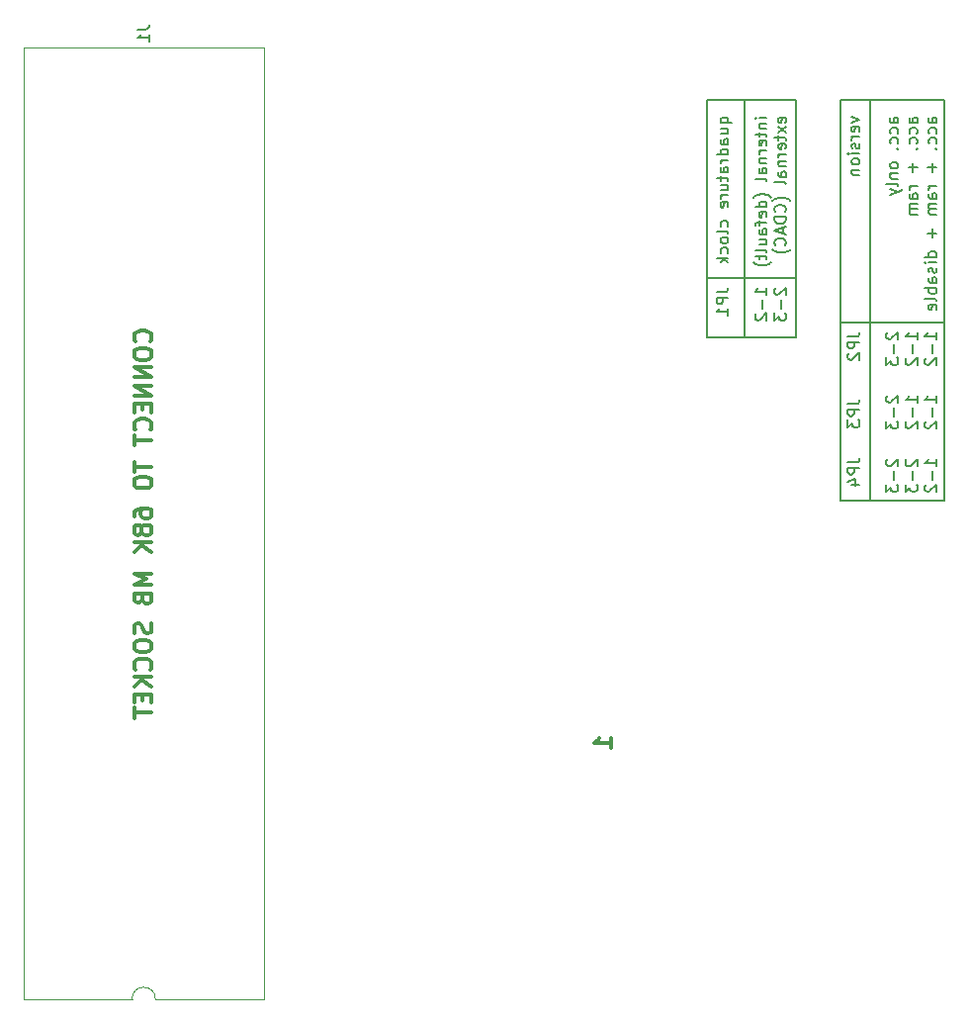
<source format=gbo>
G04 #@! TF.FileFunction,Legend,Bot*
%FSLAX46Y46*%
G04 Gerber Fmt 4.6, Leading zero omitted, Abs format (unit mm)*
G04 Created by KiCad (PCBNEW 4.0.7) date 07/03/21 20:26:29*
%MOMM*%
%LPD*%
G01*
G04 APERTURE LIST*
%ADD10C,0.100000*%
%ADD11C,0.200000*%
%ADD12C,0.150000*%
%ADD13C,0.300000*%
%ADD14C,0.120000*%
G04 APERTURE END LIST*
D10*
D11*
X133350000Y-76835000D02*
X140970000Y-76835000D01*
X133350000Y-61594999D02*
X136525000Y-61595000D01*
X133350000Y-81915000D02*
X133350000Y-61594999D01*
X140970000Y-81915000D02*
X133350000Y-81915000D01*
X140970000Y-61595000D02*
X140970000Y-81915000D01*
X136525000Y-61595000D02*
X140970000Y-61595000D01*
X136525000Y-81915000D02*
X136525000Y-61595000D01*
D12*
X134137380Y-77993810D02*
X134851666Y-77993810D01*
X134994523Y-77946190D01*
X135089761Y-77850952D01*
X135137380Y-77708095D01*
X135137380Y-77612857D01*
X135137380Y-78470000D02*
X134137380Y-78470000D01*
X134137380Y-78850953D01*
X134184999Y-78946191D01*
X134232618Y-78993810D01*
X134327856Y-79041429D01*
X134470713Y-79041429D01*
X134565951Y-78993810D01*
X134613570Y-78946191D01*
X134661189Y-78850953D01*
X134661189Y-78470000D01*
X135137380Y-79993810D02*
X135137380Y-79422381D01*
X135137380Y-79708095D02*
X134137380Y-79708095D01*
X134280237Y-79612857D01*
X134375475Y-79517619D01*
X134423094Y-79422381D01*
X138437380Y-78231905D02*
X138437380Y-77660476D01*
X138437380Y-77946190D02*
X137437380Y-77946190D01*
X137580237Y-77850952D01*
X137675475Y-77755714D01*
X137723094Y-77660476D01*
X138056428Y-78660476D02*
X138056428Y-79422381D01*
X137532618Y-79850952D02*
X137484999Y-79898571D01*
X137437380Y-79993809D01*
X137437380Y-80231905D01*
X137484999Y-80327143D01*
X137532618Y-80374762D01*
X137627856Y-80422381D01*
X137723094Y-80422381D01*
X137865951Y-80374762D01*
X138437380Y-79803333D01*
X138437380Y-80422381D01*
X139182618Y-77660476D02*
X139134999Y-77708095D01*
X139087380Y-77803333D01*
X139087380Y-78041429D01*
X139134999Y-78136667D01*
X139182618Y-78184286D01*
X139277856Y-78231905D01*
X139373094Y-78231905D01*
X139515951Y-78184286D01*
X140087380Y-77612857D01*
X140087380Y-78231905D01*
X139706428Y-78660476D02*
X139706428Y-79422381D01*
X139087380Y-79803333D02*
X139087380Y-80422381D01*
X139468332Y-80089047D01*
X139468332Y-80231905D01*
X139515951Y-80327143D01*
X139563570Y-80374762D01*
X139658809Y-80422381D01*
X139896904Y-80422381D01*
X139992142Y-80374762D01*
X140039761Y-80327143D01*
X140087380Y-80231905D01*
X140087380Y-79946190D01*
X140039761Y-79850952D01*
X139992142Y-79803333D01*
X134470714Y-63531667D02*
X135470714Y-63531667D01*
X135089762Y-63531667D02*
X135137381Y-63436429D01*
X135137381Y-63245952D01*
X135089762Y-63150714D01*
X135042143Y-63103095D01*
X134946905Y-63055476D01*
X134661190Y-63055476D01*
X134565952Y-63103095D01*
X134518333Y-63150714D01*
X134470714Y-63245952D01*
X134470714Y-63436429D01*
X134518333Y-63531667D01*
X134470714Y-64436429D02*
X135137381Y-64436429D01*
X134470714Y-64007857D02*
X134994524Y-64007857D01*
X135089762Y-64055476D01*
X135137381Y-64150714D01*
X135137381Y-64293572D01*
X135089762Y-64388810D01*
X135042143Y-64436429D01*
X135137381Y-65341191D02*
X134613571Y-65341191D01*
X134518333Y-65293572D01*
X134470714Y-65198334D01*
X134470714Y-65007857D01*
X134518333Y-64912619D01*
X135089762Y-65341191D02*
X135137381Y-65245953D01*
X135137381Y-65007857D01*
X135089762Y-64912619D01*
X134994524Y-64865000D01*
X134899286Y-64865000D01*
X134804048Y-64912619D01*
X134756429Y-65007857D01*
X134756429Y-65245953D01*
X134708810Y-65341191D01*
X135137381Y-66245953D02*
X134137381Y-66245953D01*
X135089762Y-66245953D02*
X135137381Y-66150715D01*
X135137381Y-65960238D01*
X135089762Y-65865000D01*
X135042143Y-65817381D01*
X134946905Y-65769762D01*
X134661190Y-65769762D01*
X134565952Y-65817381D01*
X134518333Y-65865000D01*
X134470714Y-65960238D01*
X134470714Y-66150715D01*
X134518333Y-66245953D01*
X135137381Y-66722143D02*
X134470714Y-66722143D01*
X134661190Y-66722143D02*
X134565952Y-66769762D01*
X134518333Y-66817381D01*
X134470714Y-66912619D01*
X134470714Y-67007858D01*
X135137381Y-67769763D02*
X134613571Y-67769763D01*
X134518333Y-67722144D01*
X134470714Y-67626906D01*
X134470714Y-67436429D01*
X134518333Y-67341191D01*
X135089762Y-67769763D02*
X135137381Y-67674525D01*
X135137381Y-67436429D01*
X135089762Y-67341191D01*
X134994524Y-67293572D01*
X134899286Y-67293572D01*
X134804048Y-67341191D01*
X134756429Y-67436429D01*
X134756429Y-67674525D01*
X134708810Y-67769763D01*
X134470714Y-68103096D02*
X134470714Y-68484048D01*
X134137381Y-68245953D02*
X134994524Y-68245953D01*
X135089762Y-68293572D01*
X135137381Y-68388810D01*
X135137381Y-68484048D01*
X134470714Y-69245954D02*
X135137381Y-69245954D01*
X134470714Y-68817382D02*
X134994524Y-68817382D01*
X135089762Y-68865001D01*
X135137381Y-68960239D01*
X135137381Y-69103097D01*
X135089762Y-69198335D01*
X135042143Y-69245954D01*
X135137381Y-69722144D02*
X134470714Y-69722144D01*
X134661190Y-69722144D02*
X134565952Y-69769763D01*
X134518333Y-69817382D01*
X134470714Y-69912620D01*
X134470714Y-70007859D01*
X135089762Y-70722145D02*
X135137381Y-70626907D01*
X135137381Y-70436430D01*
X135089762Y-70341192D01*
X134994524Y-70293573D01*
X134613571Y-70293573D01*
X134518333Y-70341192D01*
X134470714Y-70436430D01*
X134470714Y-70626907D01*
X134518333Y-70722145D01*
X134613571Y-70769764D01*
X134708810Y-70769764D01*
X134804048Y-70293573D01*
X135089762Y-72388812D02*
X135137381Y-72293574D01*
X135137381Y-72103097D01*
X135089762Y-72007859D01*
X135042143Y-71960240D01*
X134946905Y-71912621D01*
X134661190Y-71912621D01*
X134565952Y-71960240D01*
X134518333Y-72007859D01*
X134470714Y-72103097D01*
X134470714Y-72293574D01*
X134518333Y-72388812D01*
X135137381Y-72960240D02*
X135089762Y-72865002D01*
X134994524Y-72817383D01*
X134137381Y-72817383D01*
X135137381Y-73484050D02*
X135089762Y-73388812D01*
X135042143Y-73341193D01*
X134946905Y-73293574D01*
X134661190Y-73293574D01*
X134565952Y-73341193D01*
X134518333Y-73388812D01*
X134470714Y-73484050D01*
X134470714Y-73626908D01*
X134518333Y-73722146D01*
X134565952Y-73769765D01*
X134661190Y-73817384D01*
X134946905Y-73817384D01*
X135042143Y-73769765D01*
X135089762Y-73722146D01*
X135137381Y-73626908D01*
X135137381Y-73484050D01*
X135089762Y-74674527D02*
X135137381Y-74579289D01*
X135137381Y-74388812D01*
X135089762Y-74293574D01*
X135042143Y-74245955D01*
X134946905Y-74198336D01*
X134661190Y-74198336D01*
X134565952Y-74245955D01*
X134518333Y-74293574D01*
X134470714Y-74388812D01*
X134470714Y-74579289D01*
X134518333Y-74674527D01*
X135137381Y-75103098D02*
X134137381Y-75103098D01*
X134756429Y-75198336D02*
X135137381Y-75484051D01*
X134470714Y-75484051D02*
X134851667Y-75103098D01*
X138437381Y-63103095D02*
X137770714Y-63103095D01*
X137437381Y-63103095D02*
X137485000Y-63055476D01*
X137532619Y-63103095D01*
X137485000Y-63150714D01*
X137437381Y-63103095D01*
X137532619Y-63103095D01*
X137770714Y-63579285D02*
X138437381Y-63579285D01*
X137865952Y-63579285D02*
X137818333Y-63626904D01*
X137770714Y-63722142D01*
X137770714Y-63865000D01*
X137818333Y-63960238D01*
X137913571Y-64007857D01*
X138437381Y-64007857D01*
X137770714Y-64341190D02*
X137770714Y-64722142D01*
X137437381Y-64484047D02*
X138294524Y-64484047D01*
X138389762Y-64531666D01*
X138437381Y-64626904D01*
X138437381Y-64722142D01*
X138389762Y-65436429D02*
X138437381Y-65341191D01*
X138437381Y-65150714D01*
X138389762Y-65055476D01*
X138294524Y-65007857D01*
X137913571Y-65007857D01*
X137818333Y-65055476D01*
X137770714Y-65150714D01*
X137770714Y-65341191D01*
X137818333Y-65436429D01*
X137913571Y-65484048D01*
X138008810Y-65484048D01*
X138104048Y-65007857D01*
X138437381Y-65912619D02*
X137770714Y-65912619D01*
X137961190Y-65912619D02*
X137865952Y-65960238D01*
X137818333Y-66007857D01*
X137770714Y-66103095D01*
X137770714Y-66198334D01*
X137770714Y-66531667D02*
X138437381Y-66531667D01*
X137865952Y-66531667D02*
X137818333Y-66579286D01*
X137770714Y-66674524D01*
X137770714Y-66817382D01*
X137818333Y-66912620D01*
X137913571Y-66960239D01*
X138437381Y-66960239D01*
X138437381Y-67865001D02*
X137913571Y-67865001D01*
X137818333Y-67817382D01*
X137770714Y-67722144D01*
X137770714Y-67531667D01*
X137818333Y-67436429D01*
X138389762Y-67865001D02*
X138437381Y-67769763D01*
X138437381Y-67531667D01*
X138389762Y-67436429D01*
X138294524Y-67388810D01*
X138199286Y-67388810D01*
X138104048Y-67436429D01*
X138056429Y-67531667D01*
X138056429Y-67769763D01*
X138008810Y-67865001D01*
X138437381Y-68484048D02*
X138389762Y-68388810D01*
X138294524Y-68341191D01*
X137437381Y-68341191D01*
X138818333Y-69912621D02*
X138770714Y-69865001D01*
X138627857Y-69769763D01*
X138532619Y-69722144D01*
X138389762Y-69674525D01*
X138151667Y-69626906D01*
X137961190Y-69626906D01*
X137723095Y-69674525D01*
X137580238Y-69722144D01*
X137485000Y-69769763D01*
X137342143Y-69865001D01*
X137294524Y-69912621D01*
X138437381Y-70722145D02*
X137437381Y-70722145D01*
X138389762Y-70722145D02*
X138437381Y-70626907D01*
X138437381Y-70436430D01*
X138389762Y-70341192D01*
X138342143Y-70293573D01*
X138246905Y-70245954D01*
X137961190Y-70245954D01*
X137865952Y-70293573D01*
X137818333Y-70341192D01*
X137770714Y-70436430D01*
X137770714Y-70626907D01*
X137818333Y-70722145D01*
X138389762Y-71579288D02*
X138437381Y-71484050D01*
X138437381Y-71293573D01*
X138389762Y-71198335D01*
X138294524Y-71150716D01*
X137913571Y-71150716D01*
X137818333Y-71198335D01*
X137770714Y-71293573D01*
X137770714Y-71484050D01*
X137818333Y-71579288D01*
X137913571Y-71626907D01*
X138008810Y-71626907D01*
X138104048Y-71150716D01*
X137770714Y-71912621D02*
X137770714Y-72293573D01*
X138437381Y-72055478D02*
X137580238Y-72055478D01*
X137485000Y-72103097D01*
X137437381Y-72198335D01*
X137437381Y-72293573D01*
X138437381Y-73055479D02*
X137913571Y-73055479D01*
X137818333Y-73007860D01*
X137770714Y-72912622D01*
X137770714Y-72722145D01*
X137818333Y-72626907D01*
X138389762Y-73055479D02*
X138437381Y-72960241D01*
X138437381Y-72722145D01*
X138389762Y-72626907D01*
X138294524Y-72579288D01*
X138199286Y-72579288D01*
X138104048Y-72626907D01*
X138056429Y-72722145D01*
X138056429Y-72960241D01*
X138008810Y-73055479D01*
X137770714Y-73960241D02*
X138437381Y-73960241D01*
X137770714Y-73531669D02*
X138294524Y-73531669D01*
X138389762Y-73579288D01*
X138437381Y-73674526D01*
X138437381Y-73817384D01*
X138389762Y-73912622D01*
X138342143Y-73960241D01*
X138437381Y-74579288D02*
X138389762Y-74484050D01*
X138294524Y-74436431D01*
X137437381Y-74436431D01*
X137770714Y-74817384D02*
X137770714Y-75198336D01*
X137437381Y-74960241D02*
X138294524Y-74960241D01*
X138389762Y-75007860D01*
X138437381Y-75103098D01*
X138437381Y-75198336D01*
X138818333Y-75436432D02*
X138770714Y-75484051D01*
X138627857Y-75579289D01*
X138532619Y-75626908D01*
X138389762Y-75674527D01*
X138151667Y-75722146D01*
X137961190Y-75722146D01*
X137723095Y-75674527D01*
X137580238Y-75626908D01*
X137485000Y-75579289D01*
X137342143Y-75484051D01*
X137294524Y-75436432D01*
X140039762Y-63484048D02*
X140087381Y-63388810D01*
X140087381Y-63198333D01*
X140039762Y-63103095D01*
X139944524Y-63055476D01*
X139563571Y-63055476D01*
X139468333Y-63103095D01*
X139420714Y-63198333D01*
X139420714Y-63388810D01*
X139468333Y-63484048D01*
X139563571Y-63531667D01*
X139658810Y-63531667D01*
X139754048Y-63055476D01*
X140087381Y-63865000D02*
X139420714Y-64388810D01*
X139420714Y-63865000D02*
X140087381Y-64388810D01*
X139420714Y-64626905D02*
X139420714Y-65007857D01*
X139087381Y-64769762D02*
X139944524Y-64769762D01*
X140039762Y-64817381D01*
X140087381Y-64912619D01*
X140087381Y-65007857D01*
X140039762Y-65722144D02*
X140087381Y-65626906D01*
X140087381Y-65436429D01*
X140039762Y-65341191D01*
X139944524Y-65293572D01*
X139563571Y-65293572D01*
X139468333Y-65341191D01*
X139420714Y-65436429D01*
X139420714Y-65626906D01*
X139468333Y-65722144D01*
X139563571Y-65769763D01*
X139658810Y-65769763D01*
X139754048Y-65293572D01*
X140087381Y-66198334D02*
X139420714Y-66198334D01*
X139611190Y-66198334D02*
X139515952Y-66245953D01*
X139468333Y-66293572D01*
X139420714Y-66388810D01*
X139420714Y-66484049D01*
X139420714Y-66817382D02*
X140087381Y-66817382D01*
X139515952Y-66817382D02*
X139468333Y-66865001D01*
X139420714Y-66960239D01*
X139420714Y-67103097D01*
X139468333Y-67198335D01*
X139563571Y-67245954D01*
X140087381Y-67245954D01*
X140087381Y-68150716D02*
X139563571Y-68150716D01*
X139468333Y-68103097D01*
X139420714Y-68007859D01*
X139420714Y-67817382D01*
X139468333Y-67722144D01*
X140039762Y-68150716D02*
X140087381Y-68055478D01*
X140087381Y-67817382D01*
X140039762Y-67722144D01*
X139944524Y-67674525D01*
X139849286Y-67674525D01*
X139754048Y-67722144D01*
X139706429Y-67817382D01*
X139706429Y-68055478D01*
X139658810Y-68150716D01*
X140087381Y-68769763D02*
X140039762Y-68674525D01*
X139944524Y-68626906D01*
X139087381Y-68626906D01*
X140468333Y-70198336D02*
X140420714Y-70150716D01*
X140277857Y-70055478D01*
X140182619Y-70007859D01*
X140039762Y-69960240D01*
X139801667Y-69912621D01*
X139611190Y-69912621D01*
X139373095Y-69960240D01*
X139230238Y-70007859D01*
X139135000Y-70055478D01*
X138992143Y-70150716D01*
X138944524Y-70198336D01*
X139992143Y-71150717D02*
X140039762Y-71103098D01*
X140087381Y-70960241D01*
X140087381Y-70865003D01*
X140039762Y-70722145D01*
X139944524Y-70626907D01*
X139849286Y-70579288D01*
X139658810Y-70531669D01*
X139515952Y-70531669D01*
X139325476Y-70579288D01*
X139230238Y-70626907D01*
X139135000Y-70722145D01*
X139087381Y-70865003D01*
X139087381Y-70960241D01*
X139135000Y-71103098D01*
X139182619Y-71150717D01*
X140087381Y-71579288D02*
X139087381Y-71579288D01*
X139087381Y-71817383D01*
X139135000Y-71960241D01*
X139230238Y-72055479D01*
X139325476Y-72103098D01*
X139515952Y-72150717D01*
X139658810Y-72150717D01*
X139849286Y-72103098D01*
X139944524Y-72055479D01*
X140039762Y-71960241D01*
X140087381Y-71817383D01*
X140087381Y-71579288D01*
X139801667Y-72531669D02*
X139801667Y-73007860D01*
X140087381Y-72436431D02*
X139087381Y-72769764D01*
X140087381Y-73103098D01*
X139992143Y-74007860D02*
X140039762Y-73960241D01*
X140087381Y-73817384D01*
X140087381Y-73722146D01*
X140039762Y-73579288D01*
X139944524Y-73484050D01*
X139849286Y-73436431D01*
X139658810Y-73388812D01*
X139515952Y-73388812D01*
X139325476Y-73436431D01*
X139230238Y-73484050D01*
X139135000Y-73579288D01*
X139087381Y-73722146D01*
X139087381Y-73817384D01*
X139135000Y-73960241D01*
X139182619Y-74007860D01*
X140468333Y-74341193D02*
X140420714Y-74388812D01*
X140277857Y-74484050D01*
X140182619Y-74531669D01*
X140039762Y-74579288D01*
X139801667Y-74626907D01*
X139611190Y-74626907D01*
X139373095Y-74579288D01*
X139230238Y-74531669D01*
X139135000Y-74484050D01*
X138992143Y-74388812D01*
X138944524Y-74341193D01*
D11*
X144780000Y-61595000D02*
X146050000Y-61595000D01*
X144780000Y-95885000D02*
X144780000Y-61595000D01*
X147320000Y-95885000D02*
X147320000Y-80645000D01*
X153670000Y-95885000D02*
X144780000Y-95885000D01*
X153670000Y-80645000D02*
X153670000Y-95885000D01*
X153670000Y-61595000D02*
X153670000Y-80645000D01*
X146050000Y-61595000D02*
X153670000Y-61595000D01*
X147320000Y-80645000D02*
X147320000Y-61595000D01*
X153670000Y-80645000D02*
X144780000Y-80645000D01*
D12*
X145377381Y-81803810D02*
X146091667Y-81803810D01*
X146234524Y-81756190D01*
X146329762Y-81660952D01*
X146377381Y-81518095D01*
X146377381Y-81422857D01*
X146377381Y-82280000D02*
X145377381Y-82280000D01*
X145377381Y-82660953D01*
X145425000Y-82756191D01*
X145472619Y-82803810D01*
X145567857Y-82851429D01*
X145710714Y-82851429D01*
X145805952Y-82803810D01*
X145853571Y-82756191D01*
X145901190Y-82660953D01*
X145901190Y-82280000D01*
X145472619Y-83232381D02*
X145425000Y-83280000D01*
X145377381Y-83375238D01*
X145377381Y-83613334D01*
X145425000Y-83708572D01*
X145472619Y-83756191D01*
X145567857Y-83803810D01*
X145663095Y-83803810D01*
X145805952Y-83756191D01*
X146377381Y-83184762D01*
X146377381Y-83803810D01*
X145377381Y-87565716D02*
X146091667Y-87565716D01*
X146234524Y-87518096D01*
X146329762Y-87422858D01*
X146377381Y-87280001D01*
X146377381Y-87184763D01*
X146377381Y-88041906D02*
X145377381Y-88041906D01*
X145377381Y-88422859D01*
X145425000Y-88518097D01*
X145472619Y-88565716D01*
X145567857Y-88613335D01*
X145710714Y-88613335D01*
X145805952Y-88565716D01*
X145853571Y-88518097D01*
X145901190Y-88422859D01*
X145901190Y-88041906D01*
X145377381Y-88946668D02*
X145377381Y-89565716D01*
X145758333Y-89232382D01*
X145758333Y-89375240D01*
X145805952Y-89470478D01*
X145853571Y-89518097D01*
X145948810Y-89565716D01*
X146186905Y-89565716D01*
X146282143Y-89518097D01*
X146329762Y-89470478D01*
X146377381Y-89375240D01*
X146377381Y-89089525D01*
X146329762Y-88994287D01*
X146282143Y-88946668D01*
X145377381Y-92565717D02*
X146091667Y-92565717D01*
X146234524Y-92518097D01*
X146329762Y-92422859D01*
X146377381Y-92280002D01*
X146377381Y-92184764D01*
X146377381Y-93041907D02*
X145377381Y-93041907D01*
X145377381Y-93422860D01*
X145425000Y-93518098D01*
X145472619Y-93565717D01*
X145567857Y-93613336D01*
X145710714Y-93613336D01*
X145805952Y-93565717D01*
X145853571Y-93518098D01*
X145901190Y-93422860D01*
X145901190Y-93041907D01*
X145710714Y-94470479D02*
X146377381Y-94470479D01*
X145329762Y-94232383D02*
X146044048Y-93994288D01*
X146044048Y-94613336D01*
X148772619Y-81470476D02*
X148725000Y-81518095D01*
X148677381Y-81613333D01*
X148677381Y-81851429D01*
X148725000Y-81946667D01*
X148772619Y-81994286D01*
X148867857Y-82041905D01*
X148963095Y-82041905D01*
X149105952Y-81994286D01*
X149677381Y-81422857D01*
X149677381Y-82041905D01*
X149296429Y-82470476D02*
X149296429Y-83232381D01*
X148677381Y-83613333D02*
X148677381Y-84232381D01*
X149058333Y-83899047D01*
X149058333Y-84041905D01*
X149105952Y-84137143D01*
X149153571Y-84184762D01*
X149248810Y-84232381D01*
X149486905Y-84232381D01*
X149582143Y-84184762D01*
X149629762Y-84137143D01*
X149677381Y-84041905D01*
X149677381Y-83756190D01*
X149629762Y-83660952D01*
X149582143Y-83613333D01*
X148772619Y-86899048D02*
X148725000Y-86946667D01*
X148677381Y-87041905D01*
X148677381Y-87280001D01*
X148725000Y-87375239D01*
X148772619Y-87422858D01*
X148867857Y-87470477D01*
X148963095Y-87470477D01*
X149105952Y-87422858D01*
X149677381Y-86851429D01*
X149677381Y-87470477D01*
X149296429Y-87899048D02*
X149296429Y-88660953D01*
X148677381Y-89041905D02*
X148677381Y-89660953D01*
X149058333Y-89327619D01*
X149058333Y-89470477D01*
X149105952Y-89565715D01*
X149153571Y-89613334D01*
X149248810Y-89660953D01*
X149486905Y-89660953D01*
X149582143Y-89613334D01*
X149629762Y-89565715D01*
X149677381Y-89470477D01*
X149677381Y-89184762D01*
X149629762Y-89089524D01*
X149582143Y-89041905D01*
X148772619Y-92327620D02*
X148725000Y-92375239D01*
X148677381Y-92470477D01*
X148677381Y-92708573D01*
X148725000Y-92803811D01*
X148772619Y-92851430D01*
X148867857Y-92899049D01*
X148963095Y-92899049D01*
X149105952Y-92851430D01*
X149677381Y-92280001D01*
X149677381Y-92899049D01*
X149296429Y-93327620D02*
X149296429Y-94089525D01*
X148677381Y-94470477D02*
X148677381Y-95089525D01*
X149058333Y-94756191D01*
X149058333Y-94899049D01*
X149105952Y-94994287D01*
X149153571Y-95041906D01*
X149248810Y-95089525D01*
X149486905Y-95089525D01*
X149582143Y-95041906D01*
X149629762Y-94994287D01*
X149677381Y-94899049D01*
X149677381Y-94613334D01*
X149629762Y-94518096D01*
X149582143Y-94470477D01*
X151327381Y-82041905D02*
X151327381Y-81470476D01*
X151327381Y-81756190D02*
X150327381Y-81756190D01*
X150470238Y-81660952D01*
X150565476Y-81565714D01*
X150613095Y-81470476D01*
X150946429Y-82470476D02*
X150946429Y-83232381D01*
X150422619Y-83660952D02*
X150375000Y-83708571D01*
X150327381Y-83803809D01*
X150327381Y-84041905D01*
X150375000Y-84137143D01*
X150422619Y-84184762D01*
X150517857Y-84232381D01*
X150613095Y-84232381D01*
X150755952Y-84184762D01*
X151327381Y-83613333D01*
X151327381Y-84232381D01*
X151327381Y-87470477D02*
X151327381Y-86899048D01*
X151327381Y-87184762D02*
X150327381Y-87184762D01*
X150470238Y-87089524D01*
X150565476Y-86994286D01*
X150613095Y-86899048D01*
X150946429Y-87899048D02*
X150946429Y-88660953D01*
X150422619Y-89089524D02*
X150375000Y-89137143D01*
X150327381Y-89232381D01*
X150327381Y-89470477D01*
X150375000Y-89565715D01*
X150422619Y-89613334D01*
X150517857Y-89660953D01*
X150613095Y-89660953D01*
X150755952Y-89613334D01*
X151327381Y-89041905D01*
X151327381Y-89660953D01*
X150422619Y-92327620D02*
X150375000Y-92375239D01*
X150327381Y-92470477D01*
X150327381Y-92708573D01*
X150375000Y-92803811D01*
X150422619Y-92851430D01*
X150517857Y-92899049D01*
X150613095Y-92899049D01*
X150755952Y-92851430D01*
X151327381Y-92280001D01*
X151327381Y-92899049D01*
X150946429Y-93327620D02*
X150946429Y-94089525D01*
X150327381Y-94470477D02*
X150327381Y-95089525D01*
X150708333Y-94756191D01*
X150708333Y-94899049D01*
X150755952Y-94994287D01*
X150803571Y-95041906D01*
X150898810Y-95089525D01*
X151136905Y-95089525D01*
X151232143Y-95041906D01*
X151279762Y-94994287D01*
X151327381Y-94899049D01*
X151327381Y-94613334D01*
X151279762Y-94518096D01*
X151232143Y-94470477D01*
X152977381Y-82041905D02*
X152977381Y-81470476D01*
X152977381Y-81756190D02*
X151977381Y-81756190D01*
X152120238Y-81660952D01*
X152215476Y-81565714D01*
X152263095Y-81470476D01*
X152596429Y-82470476D02*
X152596429Y-83232381D01*
X152072619Y-83660952D02*
X152025000Y-83708571D01*
X151977381Y-83803809D01*
X151977381Y-84041905D01*
X152025000Y-84137143D01*
X152072619Y-84184762D01*
X152167857Y-84232381D01*
X152263095Y-84232381D01*
X152405952Y-84184762D01*
X152977381Y-83613333D01*
X152977381Y-84232381D01*
X152977381Y-87470477D02*
X152977381Y-86899048D01*
X152977381Y-87184762D02*
X151977381Y-87184762D01*
X152120238Y-87089524D01*
X152215476Y-86994286D01*
X152263095Y-86899048D01*
X152596429Y-87899048D02*
X152596429Y-88660953D01*
X152072619Y-89089524D02*
X152025000Y-89137143D01*
X151977381Y-89232381D01*
X151977381Y-89470477D01*
X152025000Y-89565715D01*
X152072619Y-89613334D01*
X152167857Y-89660953D01*
X152263095Y-89660953D01*
X152405952Y-89613334D01*
X152977381Y-89041905D01*
X152977381Y-89660953D01*
X152977381Y-92899049D02*
X152977381Y-92327620D01*
X152977381Y-92613334D02*
X151977381Y-92613334D01*
X152120238Y-92518096D01*
X152215476Y-92422858D01*
X152263095Y-92327620D01*
X152596429Y-93327620D02*
X152596429Y-94089525D01*
X152072619Y-94518096D02*
X152025000Y-94565715D01*
X151977381Y-94660953D01*
X151977381Y-94899049D01*
X152025000Y-94994287D01*
X152072619Y-95041906D01*
X152167857Y-95089525D01*
X152263095Y-95089525D01*
X152405952Y-95041906D01*
X152977381Y-94470477D01*
X152977381Y-95089525D01*
X145710714Y-63007857D02*
X146377381Y-63245952D01*
X145710714Y-63484048D01*
X146329762Y-64245953D02*
X146377381Y-64150715D01*
X146377381Y-63960238D01*
X146329762Y-63865000D01*
X146234524Y-63817381D01*
X145853571Y-63817381D01*
X145758333Y-63865000D01*
X145710714Y-63960238D01*
X145710714Y-64150715D01*
X145758333Y-64245953D01*
X145853571Y-64293572D01*
X145948810Y-64293572D01*
X146044048Y-63817381D01*
X146377381Y-64722143D02*
X145710714Y-64722143D01*
X145901190Y-64722143D02*
X145805952Y-64769762D01*
X145758333Y-64817381D01*
X145710714Y-64912619D01*
X145710714Y-65007858D01*
X146329762Y-65293572D02*
X146377381Y-65388810D01*
X146377381Y-65579286D01*
X146329762Y-65674525D01*
X146234524Y-65722144D01*
X146186905Y-65722144D01*
X146091667Y-65674525D01*
X146044048Y-65579286D01*
X146044048Y-65436429D01*
X145996429Y-65341191D01*
X145901190Y-65293572D01*
X145853571Y-65293572D01*
X145758333Y-65341191D01*
X145710714Y-65436429D01*
X145710714Y-65579286D01*
X145758333Y-65674525D01*
X146377381Y-66150715D02*
X145710714Y-66150715D01*
X145377381Y-66150715D02*
X145425000Y-66103096D01*
X145472619Y-66150715D01*
X145425000Y-66198334D01*
X145377381Y-66150715D01*
X145472619Y-66150715D01*
X146377381Y-66769762D02*
X146329762Y-66674524D01*
X146282143Y-66626905D01*
X146186905Y-66579286D01*
X145901190Y-66579286D01*
X145805952Y-66626905D01*
X145758333Y-66674524D01*
X145710714Y-66769762D01*
X145710714Y-66912620D01*
X145758333Y-67007858D01*
X145805952Y-67055477D01*
X145901190Y-67103096D01*
X146186905Y-67103096D01*
X146282143Y-67055477D01*
X146329762Y-67007858D01*
X146377381Y-66912620D01*
X146377381Y-66769762D01*
X145710714Y-67531667D02*
X146377381Y-67531667D01*
X145805952Y-67531667D02*
X145758333Y-67579286D01*
X145710714Y-67674524D01*
X145710714Y-67817382D01*
X145758333Y-67912620D01*
X145853571Y-67960239D01*
X146377381Y-67960239D01*
X149677381Y-63531667D02*
X149153571Y-63531667D01*
X149058333Y-63484048D01*
X149010714Y-63388810D01*
X149010714Y-63198333D01*
X149058333Y-63103095D01*
X149629762Y-63531667D02*
X149677381Y-63436429D01*
X149677381Y-63198333D01*
X149629762Y-63103095D01*
X149534524Y-63055476D01*
X149439286Y-63055476D01*
X149344048Y-63103095D01*
X149296429Y-63198333D01*
X149296429Y-63436429D01*
X149248810Y-63531667D01*
X149629762Y-64436429D02*
X149677381Y-64341191D01*
X149677381Y-64150714D01*
X149629762Y-64055476D01*
X149582143Y-64007857D01*
X149486905Y-63960238D01*
X149201190Y-63960238D01*
X149105952Y-64007857D01*
X149058333Y-64055476D01*
X149010714Y-64150714D01*
X149010714Y-64341191D01*
X149058333Y-64436429D01*
X149629762Y-65293572D02*
X149677381Y-65198334D01*
X149677381Y-65007857D01*
X149629762Y-64912619D01*
X149582143Y-64865000D01*
X149486905Y-64817381D01*
X149201190Y-64817381D01*
X149105952Y-64865000D01*
X149058333Y-64912619D01*
X149010714Y-65007857D01*
X149010714Y-65198334D01*
X149058333Y-65293572D01*
X149582143Y-65722143D02*
X149629762Y-65769762D01*
X149677381Y-65722143D01*
X149629762Y-65674524D01*
X149582143Y-65722143D01*
X149677381Y-65722143D01*
X149677381Y-67103095D02*
X149629762Y-67007857D01*
X149582143Y-66960238D01*
X149486905Y-66912619D01*
X149201190Y-66912619D01*
X149105952Y-66960238D01*
X149058333Y-67007857D01*
X149010714Y-67103095D01*
X149010714Y-67245953D01*
X149058333Y-67341191D01*
X149105952Y-67388810D01*
X149201190Y-67436429D01*
X149486905Y-67436429D01*
X149582143Y-67388810D01*
X149629762Y-67341191D01*
X149677381Y-67245953D01*
X149677381Y-67103095D01*
X149010714Y-67865000D02*
X149677381Y-67865000D01*
X149105952Y-67865000D02*
X149058333Y-67912619D01*
X149010714Y-68007857D01*
X149010714Y-68150715D01*
X149058333Y-68245953D01*
X149153571Y-68293572D01*
X149677381Y-68293572D01*
X149677381Y-68912619D02*
X149629762Y-68817381D01*
X149534524Y-68769762D01*
X148677381Y-68769762D01*
X149010714Y-69198334D02*
X149677381Y-69436429D01*
X149010714Y-69674525D02*
X149677381Y-69436429D01*
X149915476Y-69341191D01*
X149963095Y-69293572D01*
X150010714Y-69198334D01*
X151327381Y-63531667D02*
X150803571Y-63531667D01*
X150708333Y-63484048D01*
X150660714Y-63388810D01*
X150660714Y-63198333D01*
X150708333Y-63103095D01*
X151279762Y-63531667D02*
X151327381Y-63436429D01*
X151327381Y-63198333D01*
X151279762Y-63103095D01*
X151184524Y-63055476D01*
X151089286Y-63055476D01*
X150994048Y-63103095D01*
X150946429Y-63198333D01*
X150946429Y-63436429D01*
X150898810Y-63531667D01*
X151279762Y-64436429D02*
X151327381Y-64341191D01*
X151327381Y-64150714D01*
X151279762Y-64055476D01*
X151232143Y-64007857D01*
X151136905Y-63960238D01*
X150851190Y-63960238D01*
X150755952Y-64007857D01*
X150708333Y-64055476D01*
X150660714Y-64150714D01*
X150660714Y-64341191D01*
X150708333Y-64436429D01*
X151279762Y-65293572D02*
X151327381Y-65198334D01*
X151327381Y-65007857D01*
X151279762Y-64912619D01*
X151232143Y-64865000D01*
X151136905Y-64817381D01*
X150851190Y-64817381D01*
X150755952Y-64865000D01*
X150708333Y-64912619D01*
X150660714Y-65007857D01*
X150660714Y-65198334D01*
X150708333Y-65293572D01*
X151232143Y-65722143D02*
X151279762Y-65769762D01*
X151327381Y-65722143D01*
X151279762Y-65674524D01*
X151232143Y-65722143D01*
X151327381Y-65722143D01*
X150946429Y-66960238D02*
X150946429Y-67722143D01*
X151327381Y-67341191D02*
X150565476Y-67341191D01*
X151327381Y-68960238D02*
X150660714Y-68960238D01*
X150851190Y-68960238D02*
X150755952Y-69007857D01*
X150708333Y-69055476D01*
X150660714Y-69150714D01*
X150660714Y-69245953D01*
X151327381Y-70007858D02*
X150803571Y-70007858D01*
X150708333Y-69960239D01*
X150660714Y-69865001D01*
X150660714Y-69674524D01*
X150708333Y-69579286D01*
X151279762Y-70007858D02*
X151327381Y-69912620D01*
X151327381Y-69674524D01*
X151279762Y-69579286D01*
X151184524Y-69531667D01*
X151089286Y-69531667D01*
X150994048Y-69579286D01*
X150946429Y-69674524D01*
X150946429Y-69912620D01*
X150898810Y-70007858D01*
X151327381Y-70484048D02*
X150660714Y-70484048D01*
X150755952Y-70484048D02*
X150708333Y-70531667D01*
X150660714Y-70626905D01*
X150660714Y-70769763D01*
X150708333Y-70865001D01*
X150803571Y-70912620D01*
X151327381Y-70912620D01*
X150803571Y-70912620D02*
X150708333Y-70960239D01*
X150660714Y-71055477D01*
X150660714Y-71198334D01*
X150708333Y-71293572D01*
X150803571Y-71341191D01*
X151327381Y-71341191D01*
X152977381Y-63531667D02*
X152453571Y-63531667D01*
X152358333Y-63484048D01*
X152310714Y-63388810D01*
X152310714Y-63198333D01*
X152358333Y-63103095D01*
X152929762Y-63531667D02*
X152977381Y-63436429D01*
X152977381Y-63198333D01*
X152929762Y-63103095D01*
X152834524Y-63055476D01*
X152739286Y-63055476D01*
X152644048Y-63103095D01*
X152596429Y-63198333D01*
X152596429Y-63436429D01*
X152548810Y-63531667D01*
X152929762Y-64436429D02*
X152977381Y-64341191D01*
X152977381Y-64150714D01*
X152929762Y-64055476D01*
X152882143Y-64007857D01*
X152786905Y-63960238D01*
X152501190Y-63960238D01*
X152405952Y-64007857D01*
X152358333Y-64055476D01*
X152310714Y-64150714D01*
X152310714Y-64341191D01*
X152358333Y-64436429D01*
X152929762Y-65293572D02*
X152977381Y-65198334D01*
X152977381Y-65007857D01*
X152929762Y-64912619D01*
X152882143Y-64865000D01*
X152786905Y-64817381D01*
X152501190Y-64817381D01*
X152405952Y-64865000D01*
X152358333Y-64912619D01*
X152310714Y-65007857D01*
X152310714Y-65198334D01*
X152358333Y-65293572D01*
X152882143Y-65722143D02*
X152929762Y-65769762D01*
X152977381Y-65722143D01*
X152929762Y-65674524D01*
X152882143Y-65722143D01*
X152977381Y-65722143D01*
X152596429Y-66960238D02*
X152596429Y-67722143D01*
X152977381Y-67341191D02*
X152215476Y-67341191D01*
X152977381Y-68960238D02*
X152310714Y-68960238D01*
X152501190Y-68960238D02*
X152405952Y-69007857D01*
X152358333Y-69055476D01*
X152310714Y-69150714D01*
X152310714Y-69245953D01*
X152977381Y-70007858D02*
X152453571Y-70007858D01*
X152358333Y-69960239D01*
X152310714Y-69865001D01*
X152310714Y-69674524D01*
X152358333Y-69579286D01*
X152929762Y-70007858D02*
X152977381Y-69912620D01*
X152977381Y-69674524D01*
X152929762Y-69579286D01*
X152834524Y-69531667D01*
X152739286Y-69531667D01*
X152644048Y-69579286D01*
X152596429Y-69674524D01*
X152596429Y-69912620D01*
X152548810Y-70007858D01*
X152977381Y-70484048D02*
X152310714Y-70484048D01*
X152405952Y-70484048D02*
X152358333Y-70531667D01*
X152310714Y-70626905D01*
X152310714Y-70769763D01*
X152358333Y-70865001D01*
X152453571Y-70912620D01*
X152977381Y-70912620D01*
X152453571Y-70912620D02*
X152358333Y-70960239D01*
X152310714Y-71055477D01*
X152310714Y-71198334D01*
X152358333Y-71293572D01*
X152453571Y-71341191D01*
X152977381Y-71341191D01*
X152596429Y-72579286D02*
X152596429Y-73341191D01*
X152977381Y-72960239D02*
X152215476Y-72960239D01*
X152977381Y-75007858D02*
X151977381Y-75007858D01*
X152929762Y-75007858D02*
X152977381Y-74912620D01*
X152977381Y-74722143D01*
X152929762Y-74626905D01*
X152882143Y-74579286D01*
X152786905Y-74531667D01*
X152501190Y-74531667D01*
X152405952Y-74579286D01*
X152358333Y-74626905D01*
X152310714Y-74722143D01*
X152310714Y-74912620D01*
X152358333Y-75007858D01*
X152977381Y-75484048D02*
X152310714Y-75484048D01*
X151977381Y-75484048D02*
X152025000Y-75436429D01*
X152072619Y-75484048D01*
X152025000Y-75531667D01*
X151977381Y-75484048D01*
X152072619Y-75484048D01*
X152929762Y-75912619D02*
X152977381Y-76007857D01*
X152977381Y-76198333D01*
X152929762Y-76293572D01*
X152834524Y-76341191D01*
X152786905Y-76341191D01*
X152691667Y-76293572D01*
X152644048Y-76198333D01*
X152644048Y-76055476D01*
X152596429Y-75960238D01*
X152501190Y-75912619D01*
X152453571Y-75912619D01*
X152358333Y-75960238D01*
X152310714Y-76055476D01*
X152310714Y-76198333D01*
X152358333Y-76293572D01*
X152977381Y-77198334D02*
X152453571Y-77198334D01*
X152358333Y-77150715D01*
X152310714Y-77055477D01*
X152310714Y-76865000D01*
X152358333Y-76769762D01*
X152929762Y-77198334D02*
X152977381Y-77103096D01*
X152977381Y-76865000D01*
X152929762Y-76769762D01*
X152834524Y-76722143D01*
X152739286Y-76722143D01*
X152644048Y-76769762D01*
X152596429Y-76865000D01*
X152596429Y-77103096D01*
X152548810Y-77198334D01*
X152977381Y-77674524D02*
X151977381Y-77674524D01*
X152358333Y-77674524D02*
X152310714Y-77769762D01*
X152310714Y-77960239D01*
X152358333Y-78055477D01*
X152405952Y-78103096D01*
X152501190Y-78150715D01*
X152786905Y-78150715D01*
X152882143Y-78103096D01*
X152929762Y-78055477D01*
X152977381Y-77960239D01*
X152977381Y-77769762D01*
X152929762Y-77674524D01*
X152977381Y-78722143D02*
X152929762Y-78626905D01*
X152834524Y-78579286D01*
X151977381Y-78579286D01*
X152929762Y-79484049D02*
X152977381Y-79388811D01*
X152977381Y-79198334D01*
X152929762Y-79103096D01*
X152834524Y-79055477D01*
X152453571Y-79055477D01*
X152358333Y-79103096D01*
X152310714Y-79198334D01*
X152310714Y-79388811D01*
X152358333Y-79484049D01*
X152453571Y-79531668D01*
X152548810Y-79531668D01*
X152644048Y-79055477D01*
D13*
X85625714Y-82218572D02*
X85697143Y-82147143D01*
X85768571Y-81932857D01*
X85768571Y-81790000D01*
X85697143Y-81575715D01*
X85554286Y-81432857D01*
X85411429Y-81361429D01*
X85125714Y-81290000D01*
X84911429Y-81290000D01*
X84625714Y-81361429D01*
X84482857Y-81432857D01*
X84340000Y-81575715D01*
X84268571Y-81790000D01*
X84268571Y-81932857D01*
X84340000Y-82147143D01*
X84411429Y-82218572D01*
X84268571Y-83147143D02*
X84268571Y-83432857D01*
X84340000Y-83575715D01*
X84482857Y-83718572D01*
X84768571Y-83790000D01*
X85268571Y-83790000D01*
X85554286Y-83718572D01*
X85697143Y-83575715D01*
X85768571Y-83432857D01*
X85768571Y-83147143D01*
X85697143Y-83004286D01*
X85554286Y-82861429D01*
X85268571Y-82790000D01*
X84768571Y-82790000D01*
X84482857Y-82861429D01*
X84340000Y-83004286D01*
X84268571Y-83147143D01*
X85768571Y-84432858D02*
X84268571Y-84432858D01*
X85768571Y-85290001D01*
X84268571Y-85290001D01*
X85768571Y-86004287D02*
X84268571Y-86004287D01*
X85768571Y-86861430D01*
X84268571Y-86861430D01*
X84982857Y-87575716D02*
X84982857Y-88075716D01*
X85768571Y-88290002D02*
X85768571Y-87575716D01*
X84268571Y-87575716D01*
X84268571Y-88290002D01*
X85625714Y-89790002D02*
X85697143Y-89718573D01*
X85768571Y-89504287D01*
X85768571Y-89361430D01*
X85697143Y-89147145D01*
X85554286Y-89004287D01*
X85411429Y-88932859D01*
X85125714Y-88861430D01*
X84911429Y-88861430D01*
X84625714Y-88932859D01*
X84482857Y-89004287D01*
X84340000Y-89147145D01*
X84268571Y-89361430D01*
X84268571Y-89504287D01*
X84340000Y-89718573D01*
X84411429Y-89790002D01*
X84268571Y-90218573D02*
X84268571Y-91075716D01*
X85768571Y-90647145D02*
X84268571Y-90647145D01*
X84268571Y-92504287D02*
X84268571Y-93361430D01*
X85768571Y-92932859D02*
X84268571Y-92932859D01*
X84268571Y-94147144D02*
X84268571Y-94432858D01*
X84340000Y-94575716D01*
X84482857Y-94718573D01*
X84768571Y-94790001D01*
X85268571Y-94790001D01*
X85554286Y-94718573D01*
X85697143Y-94575716D01*
X85768571Y-94432858D01*
X85768571Y-94147144D01*
X85697143Y-94004287D01*
X85554286Y-93861430D01*
X85268571Y-93790001D01*
X84768571Y-93790001D01*
X84482857Y-93861430D01*
X84340000Y-94004287D01*
X84268571Y-94147144D01*
X84268571Y-97218573D02*
X84268571Y-96932859D01*
X84340000Y-96790002D01*
X84411429Y-96718573D01*
X84625714Y-96575716D01*
X84911429Y-96504287D01*
X85482857Y-96504287D01*
X85625714Y-96575716D01*
X85697143Y-96647144D01*
X85768571Y-96790002D01*
X85768571Y-97075716D01*
X85697143Y-97218573D01*
X85625714Y-97290002D01*
X85482857Y-97361430D01*
X85125714Y-97361430D01*
X84982857Y-97290002D01*
X84911429Y-97218573D01*
X84840000Y-97075716D01*
X84840000Y-96790002D01*
X84911429Y-96647144D01*
X84982857Y-96575716D01*
X85125714Y-96504287D01*
X84911429Y-98218573D02*
X84840000Y-98075715D01*
X84768571Y-98004287D01*
X84625714Y-97932858D01*
X84554286Y-97932858D01*
X84411429Y-98004287D01*
X84340000Y-98075715D01*
X84268571Y-98218573D01*
X84268571Y-98504287D01*
X84340000Y-98647144D01*
X84411429Y-98718573D01*
X84554286Y-98790001D01*
X84625714Y-98790001D01*
X84768571Y-98718573D01*
X84840000Y-98647144D01*
X84911429Y-98504287D01*
X84911429Y-98218573D01*
X84982857Y-98075715D01*
X85054286Y-98004287D01*
X85197143Y-97932858D01*
X85482857Y-97932858D01*
X85625714Y-98004287D01*
X85697143Y-98075715D01*
X85768571Y-98218573D01*
X85768571Y-98504287D01*
X85697143Y-98647144D01*
X85625714Y-98718573D01*
X85482857Y-98790001D01*
X85197143Y-98790001D01*
X85054286Y-98718573D01*
X84982857Y-98647144D01*
X84911429Y-98504287D01*
X85768571Y-99432858D02*
X84268571Y-99432858D01*
X85768571Y-100290001D02*
X84911429Y-99647144D01*
X84268571Y-100290001D02*
X85125714Y-99432858D01*
X85768571Y-102075715D02*
X84268571Y-102075715D01*
X85340000Y-102575715D01*
X84268571Y-103075715D01*
X85768571Y-103075715D01*
X84982857Y-104290001D02*
X85054286Y-104504287D01*
X85125714Y-104575715D01*
X85268571Y-104647144D01*
X85482857Y-104647144D01*
X85625714Y-104575715D01*
X85697143Y-104504287D01*
X85768571Y-104361429D01*
X85768571Y-103790001D01*
X84268571Y-103790001D01*
X84268571Y-104290001D01*
X84340000Y-104432858D01*
X84411429Y-104504287D01*
X84554286Y-104575715D01*
X84697143Y-104575715D01*
X84840000Y-104504287D01*
X84911429Y-104432858D01*
X84982857Y-104290001D01*
X84982857Y-103790001D01*
X85697143Y-106361429D02*
X85768571Y-106575715D01*
X85768571Y-106932858D01*
X85697143Y-107075715D01*
X85625714Y-107147144D01*
X85482857Y-107218572D01*
X85340000Y-107218572D01*
X85197143Y-107147144D01*
X85125714Y-107075715D01*
X85054286Y-106932858D01*
X84982857Y-106647144D01*
X84911429Y-106504286D01*
X84840000Y-106432858D01*
X84697143Y-106361429D01*
X84554286Y-106361429D01*
X84411429Y-106432858D01*
X84340000Y-106504286D01*
X84268571Y-106647144D01*
X84268571Y-107004286D01*
X84340000Y-107218572D01*
X84268571Y-108147143D02*
X84268571Y-108432857D01*
X84340000Y-108575715D01*
X84482857Y-108718572D01*
X84768571Y-108790000D01*
X85268571Y-108790000D01*
X85554286Y-108718572D01*
X85697143Y-108575715D01*
X85768571Y-108432857D01*
X85768571Y-108147143D01*
X85697143Y-108004286D01*
X85554286Y-107861429D01*
X85268571Y-107790000D01*
X84768571Y-107790000D01*
X84482857Y-107861429D01*
X84340000Y-108004286D01*
X84268571Y-108147143D01*
X85625714Y-110290001D02*
X85697143Y-110218572D01*
X85768571Y-110004286D01*
X85768571Y-109861429D01*
X85697143Y-109647144D01*
X85554286Y-109504286D01*
X85411429Y-109432858D01*
X85125714Y-109361429D01*
X84911429Y-109361429D01*
X84625714Y-109432858D01*
X84482857Y-109504286D01*
X84340000Y-109647144D01*
X84268571Y-109861429D01*
X84268571Y-110004286D01*
X84340000Y-110218572D01*
X84411429Y-110290001D01*
X85768571Y-110932858D02*
X84268571Y-110932858D01*
X85768571Y-111790001D02*
X84911429Y-111147144D01*
X84268571Y-111790001D02*
X85125714Y-110932858D01*
X84982857Y-112432858D02*
X84982857Y-112932858D01*
X85768571Y-113147144D02*
X85768571Y-112432858D01*
X84268571Y-112432858D01*
X84268571Y-113147144D01*
X84268571Y-113575715D02*
X84268571Y-114432858D01*
X85768571Y-114004287D02*
X84268571Y-114004287D01*
X125138571Y-117014572D02*
X125138571Y-116157429D01*
X125138571Y-116586001D02*
X123638571Y-116586001D01*
X123852857Y-116443144D01*
X123995714Y-116300286D01*
X124067143Y-116157429D01*
D14*
X86090000Y-138490000D02*
G75*
G03X84090000Y-138490000I-1000000J0D01*
G01*
X84090000Y-138490000D02*
X74820000Y-138490000D01*
X74820000Y-138490000D02*
X74820000Y-57090000D01*
X74820000Y-57090000D02*
X95360000Y-57090000D01*
X95360000Y-57090000D02*
X95360000Y-138490000D01*
X95360000Y-138490000D02*
X86090000Y-138490000D01*
D12*
X84542381Y-55546667D02*
X85256667Y-55546667D01*
X85399524Y-55499047D01*
X85494762Y-55403809D01*
X85542381Y-55260952D01*
X85542381Y-55165714D01*
X85542381Y-56546667D02*
X85542381Y-55975238D01*
X85542381Y-56260952D02*
X84542381Y-56260952D01*
X84685238Y-56165714D01*
X84780476Y-56070476D01*
X84828095Y-55975238D01*
M02*

</source>
